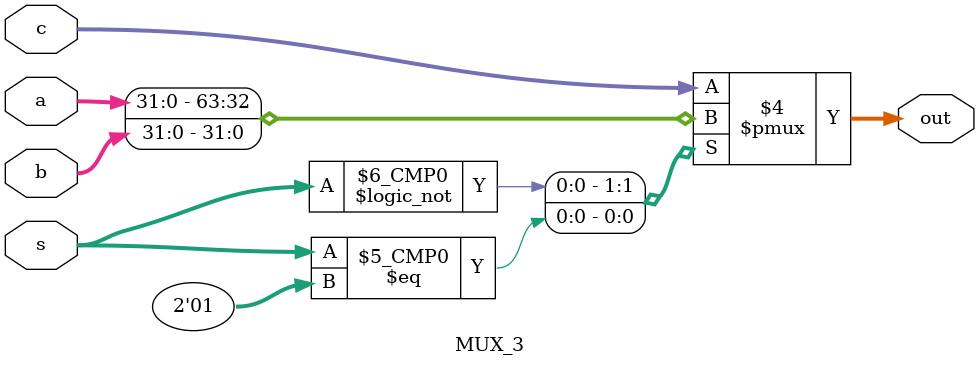
<source format=v>
module MUX_3 (input [31:0] a,b,c,
 input [1:0]  s,
 output reg [31:0] out);

always @(*) begin
    case (s)
        2'b00: out <= a;
        2'b01: out <= b;
        2'b10: out <= c;
        default: out <= c;
    endcase
end
endmodule

</source>
